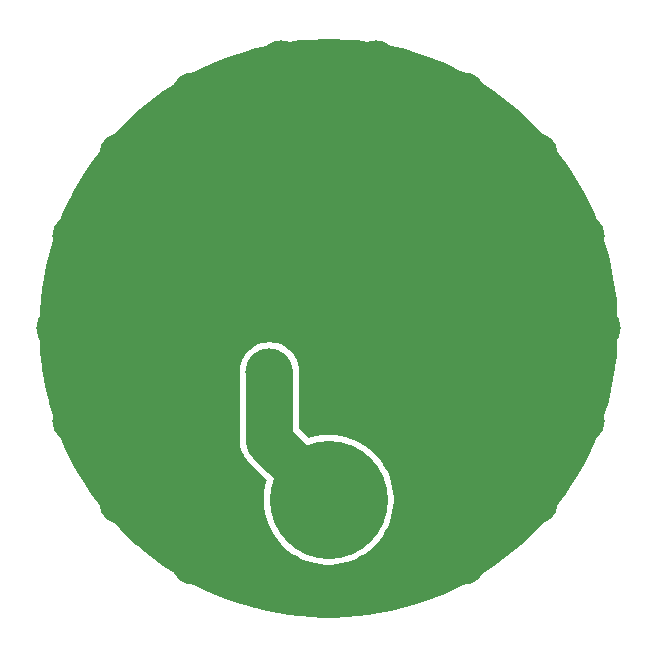
<source format=gbl>
%TF.GenerationSoftware,KiCad,Pcbnew,9.0.0*%
%TF.CreationDate,2025-02-26T13:26:56-06:00*%
%TF.ProjectId,obverse,6f627665-7273-4652-9e6b-696361645f70,rev?*%
%TF.SameCoordinates,Original*%
%TF.FileFunction,Copper,L2,Bot*%
%TF.FilePolarity,Positive*%
%FSLAX46Y46*%
G04 Gerber Fmt 4.6, Leading zero omitted, Abs format (unit mm)*
G04 Created by KiCad (PCBNEW 9.0.0) date 2025-02-26 13:26:56*
%MOMM*%
%LPD*%
G01*
G04 APERTURE LIST*
%TA.AperFunction,ComponentPad*%
%ADD10C,3.500000*%
%TD*%
%TA.AperFunction,ComponentPad*%
%ADD11C,1.600000*%
%TD*%
%TA.AperFunction,SMDPad,CuDef*%
%ADD12C,4.000000*%
%TD*%
%TA.AperFunction,SMDPad,CuDef*%
%ADD13C,10.000000*%
%TD*%
%TA.AperFunction,Conductor*%
%ADD14C,4.000000*%
%TD*%
G04 APERTURE END LIST*
D10*
%TO.P,aperture-D4,1*%
%TO.N,GND*%
X127000000Y-50000000D03*
%TD*%
%TO.P,aperture-D3,1*%
%TO.N,GND*%
X128387000Y-57866000D03*
%TD*%
%TO.P,aperture-D15,1*%
%TO.N,GND*%
X167619000Y-64784000D03*
%TD*%
D11*
%TO.P,align-o2,1*%
%TO.N,GND*%
X172200000Y-52400000D03*
%TD*%
D10*
%TO.P,aperture-D11,1*%
%TO.N,GND*%
X167619000Y-35215900D03*
%TD*%
%TO.P,aperture-D8,1*%
%TO.N,GND*%
X146006000Y-27349400D03*
%TD*%
%TO.P,aperture-D16,1*%
%TO.N,GND*%
X161500000Y-69919000D03*
%TD*%
%TO.P,aperture-D5,1*%
%TO.N,GND*%
X128387000Y-42133500D03*
%TD*%
%TO.P,aperture-D7,1*%
%TO.N,GND*%
X138500000Y-30081400D03*
%TD*%
%TO.P,aperture-D13,1*%
%TO.N,GND*%
X173000000Y-50000000D03*
%TD*%
%TO.P,aperture-D14,1*%
%TO.N,GND*%
X171613000Y-57866000D03*
%TD*%
%TO.P,aperture-D12,1*%
%TO.N,GND*%
X171613000Y-42133500D03*
%TD*%
%TO.P,aperture-D6,1*%
%TO.N,GND*%
X132381000Y-35215900D03*
%TD*%
%TO.P,aperture-D2,1*%
%TO.N,GND*%
X132381000Y-64784000D03*
%TD*%
%TO.P,aperture-D9,1*%
%TO.N,GND*%
X153994000Y-27349400D03*
%TD*%
%TO.P,aperture-D10,1*%
%TO.N,GND*%
X161500000Y-30081400D03*
%TD*%
D11*
%TO.P,align-o1,1*%
%TO.N,GND*%
X127800000Y-47300000D03*
%TD*%
D10*
%TO.P,aperture-D1,1*%
%TO.N,GND*%
X138500000Y-69919000D03*
%TD*%
D12*
%TO.P,contact-o1,1*%
%TO.N,+3V0*%
X144996000Y-53670000D03*
%TD*%
D13*
%TO.P,+,1,1*%
%TO.N,+3V0*%
X150000000Y-64500000D03*
%TD*%
D12*
%TO.P,B2,1,1*%
%TO.N,+3V0*%
X150000000Y-64500000D03*
%TD*%
D14*
%TO.N,+3V0*%
X144996000Y-59496000D02*
X150000000Y-64500000D01*
X144996000Y-53670000D02*
X144996000Y-59496000D01*
%TD*%
%TA.AperFunction,Conductor*%
%TO.N,GND*%
G36*
X150483459Y-25505319D02*
G01*
X151439889Y-25542897D01*
X151444681Y-25543179D01*
X152398977Y-25618283D01*
X152403740Y-25618752D01*
X153354385Y-25731268D01*
X153359113Y-25731922D01*
X154304537Y-25881663D01*
X154309291Y-25882512D01*
X155248086Y-26069250D01*
X155252803Y-26070284D01*
X156183589Y-26293747D01*
X156188240Y-26294961D01*
X157040011Y-26535185D01*
X157109478Y-26554777D01*
X157114137Y-26556190D01*
X158024475Y-26851976D01*
X158029024Y-26853553D01*
X158927083Y-27184865D01*
X158931590Y-27186629D01*
X159815913Y-27552928D01*
X159820329Y-27554859D01*
X160381226Y-27813436D01*
X160689597Y-27955598D01*
X160693978Y-27957723D01*
X160768318Y-27995601D01*
X161546821Y-28392268D01*
X161551104Y-28394558D01*
X162386242Y-28862258D01*
X162390443Y-28864720D01*
X163206538Y-29364824D01*
X163210639Y-29367449D01*
X164006500Y-29899226D01*
X164010494Y-29902010D01*
X164784842Y-30464607D01*
X164788725Y-30467546D01*
X165540405Y-31060122D01*
X165544169Y-31063211D01*
X166272020Y-31684855D01*
X166275630Y-31688063D01*
X166961980Y-32322518D01*
X166978508Y-32337796D01*
X166982018Y-32341171D01*
X167658828Y-33017981D01*
X167662203Y-33021491D01*
X168311923Y-33724354D01*
X168315157Y-33727993D01*
X168936788Y-34455830D01*
X168939877Y-34459594D01*
X169532453Y-35211274D01*
X169535392Y-35215157D01*
X170097989Y-35989505D01*
X170100773Y-35993499D01*
X170632550Y-36789360D01*
X170635175Y-36793461D01*
X171135279Y-37609556D01*
X171137741Y-37613757D01*
X171605441Y-38448895D01*
X171607737Y-38453189D01*
X172042276Y-39306021D01*
X172044401Y-39310402D01*
X172445130Y-40179648D01*
X172447081Y-40184109D01*
X172813364Y-41068396D01*
X172815139Y-41072930D01*
X173146437Y-41970950D01*
X173148032Y-41975551D01*
X173443809Y-42885862D01*
X173445222Y-42890521D01*
X173705030Y-43811729D01*
X173706260Y-43816441D01*
X173929710Y-44747177D01*
X173930753Y-44751933D01*
X174117483Y-45690688D01*
X174118339Y-45695481D01*
X174268073Y-46640863D01*
X174268737Y-46645657D01*
X174381240Y-47596192D01*
X174381717Y-47601038D01*
X174456818Y-48555284D01*
X174457104Y-48560145D01*
X174494681Y-49516540D01*
X174494777Y-49521408D01*
X174494777Y-50478591D01*
X174494681Y-50483459D01*
X174457104Y-51439854D01*
X174456818Y-51444715D01*
X174381717Y-52398961D01*
X174381241Y-52403791D01*
X174281030Y-53250487D01*
X174268741Y-53354313D01*
X174268073Y-53359136D01*
X174118339Y-54304518D01*
X174117483Y-54309311D01*
X173930753Y-55248066D01*
X173929710Y-55252822D01*
X173706260Y-56183558D01*
X173705030Y-56188270D01*
X173445222Y-57109478D01*
X173443809Y-57114137D01*
X173148032Y-58024448D01*
X173146437Y-58029049D01*
X172815139Y-58927069D01*
X172813364Y-58931603D01*
X172447081Y-59815890D01*
X172445130Y-59820351D01*
X172044401Y-60689597D01*
X172042276Y-60693978D01*
X171607737Y-61546810D01*
X171605441Y-61551104D01*
X171137741Y-62386242D01*
X171135279Y-62390443D01*
X170635175Y-63206538D01*
X170632550Y-63210639D01*
X170100773Y-64006500D01*
X170097989Y-64010494D01*
X169535392Y-64784842D01*
X169532453Y-64788725D01*
X168939877Y-65540405D01*
X168936788Y-65544169D01*
X168315157Y-66272006D01*
X168311923Y-66275645D01*
X167662203Y-66978508D01*
X167658828Y-66982018D01*
X166982018Y-67658828D01*
X166978508Y-67662203D01*
X166275645Y-68311923D01*
X166272006Y-68315157D01*
X165544169Y-68936788D01*
X165540405Y-68939877D01*
X164788725Y-69532453D01*
X164784842Y-69535392D01*
X164010494Y-70097989D01*
X164006500Y-70100773D01*
X163210639Y-70632550D01*
X163206538Y-70635175D01*
X162390443Y-71135279D01*
X162386242Y-71137741D01*
X161551104Y-71605441D01*
X161546810Y-71607737D01*
X160693978Y-72042276D01*
X160689597Y-72044401D01*
X159820351Y-72445130D01*
X159815890Y-72447081D01*
X158931603Y-72813364D01*
X158927069Y-72815139D01*
X158029049Y-73146437D01*
X158024448Y-73148032D01*
X157114137Y-73443809D01*
X157109478Y-73445222D01*
X156188270Y-73705030D01*
X156183558Y-73706260D01*
X155252822Y-73929710D01*
X155248066Y-73930753D01*
X154309311Y-74117483D01*
X154304518Y-74118339D01*
X153359136Y-74268073D01*
X153354335Y-74268737D01*
X152403791Y-74381241D01*
X152398961Y-74381717D01*
X151444715Y-74456818D01*
X151439854Y-74457104D01*
X150483459Y-74494681D01*
X150478591Y-74494777D01*
X149521409Y-74494777D01*
X149516541Y-74494681D01*
X148560145Y-74457104D01*
X148555284Y-74456818D01*
X147601038Y-74381717D01*
X147596213Y-74381242D01*
X146645657Y-74268737D01*
X146640863Y-74268073D01*
X145695481Y-74118339D01*
X145690688Y-74117483D01*
X144751933Y-73930753D01*
X144747177Y-73929710D01*
X143816441Y-73706260D01*
X143811729Y-73705030D01*
X142890521Y-73445222D01*
X142885862Y-73443809D01*
X141975551Y-73148032D01*
X141970950Y-73146437D01*
X141072930Y-72815139D01*
X141068396Y-72813364D01*
X140184109Y-72447081D01*
X140179648Y-72445130D01*
X139310402Y-72044401D01*
X139306021Y-72042276D01*
X138453189Y-71607737D01*
X138448895Y-71605441D01*
X137613757Y-71137741D01*
X137609556Y-71135279D01*
X136793461Y-70635175D01*
X136789360Y-70632550D01*
X135993499Y-70100773D01*
X135989505Y-70097989D01*
X135215157Y-69535392D01*
X135211274Y-69532453D01*
X134459594Y-68939877D01*
X134455830Y-68936788D01*
X133993884Y-68542249D01*
X133727982Y-68315147D01*
X133724354Y-68311923D01*
X133642888Y-68236617D01*
X133021491Y-67662203D01*
X133017981Y-67658828D01*
X132341171Y-66982018D01*
X132337796Y-66978508D01*
X131807915Y-66405286D01*
X131688063Y-66275630D01*
X131684855Y-66272020D01*
X131063211Y-65544169D01*
X131060122Y-65540405D01*
X130467546Y-64788725D01*
X130464607Y-64784842D01*
X129902010Y-64010494D01*
X129899226Y-64006500D01*
X129367449Y-63210639D01*
X129364824Y-63206538D01*
X128864720Y-62390443D01*
X128862258Y-62386242D01*
X128394558Y-61551104D01*
X128392262Y-61546810D01*
X127957723Y-60693978D01*
X127955598Y-60689597D01*
X127719301Y-60177031D01*
X127554859Y-59820329D01*
X127552928Y-59815913D01*
X127186629Y-58931590D01*
X127184860Y-58927069D01*
X127026043Y-58496578D01*
X126853553Y-58029024D01*
X126851976Y-58024475D01*
X126556190Y-57114137D01*
X126554777Y-57109478D01*
X126365937Y-56439903D01*
X126294961Y-56188240D01*
X126293747Y-56183589D01*
X126070284Y-55252803D01*
X126069246Y-55248066D01*
X125917215Y-54483757D01*
X125882512Y-54309291D01*
X125881660Y-54304518D01*
X125758920Y-53529568D01*
X142495500Y-53529568D01*
X142495500Y-59636431D01*
X142526942Y-59915494D01*
X142526945Y-59915512D01*
X142589439Y-60189317D01*
X142589443Y-60189329D01*
X142682200Y-60454411D01*
X142804053Y-60707442D01*
X142804055Y-60707445D01*
X142953477Y-60945248D01*
X143070539Y-61092039D01*
X143128583Y-61164824D01*
X144713828Y-62750069D01*
X144747313Y-62811392D01*
X144744078Y-62876068D01*
X144701933Y-63005778D01*
X144601027Y-63426083D01*
X144533412Y-63852985D01*
X144533412Y-63852986D01*
X144521172Y-64008519D01*
X144499500Y-64283885D01*
X144499500Y-64716115D01*
X144533412Y-65147013D01*
X144601028Y-65573922D01*
X144701930Y-65994210D01*
X144701934Y-65994221D01*
X144835494Y-66405280D01*
X144947910Y-66676677D01*
X145000904Y-66804615D01*
X145091296Y-66982018D01*
X145197136Y-67189740D01*
X145197142Y-67189751D01*
X145422966Y-67558262D01*
X145422974Y-67558273D01*
X145677025Y-67907946D01*
X145677035Y-67907960D01*
X145957737Y-68236617D01*
X145957743Y-68236624D01*
X146263376Y-68542257D01*
X146263382Y-68542262D01*
X146592039Y-68822964D01*
X146592046Y-68822969D01*
X146941728Y-69077027D01*
X146941732Y-69077029D01*
X146941737Y-69077033D01*
X147310248Y-69302857D01*
X147310254Y-69302860D01*
X147310265Y-69302867D01*
X147695385Y-69499096D01*
X148094714Y-69664503D01*
X148094719Y-69664505D01*
X148199240Y-69698465D01*
X148505790Y-69798070D01*
X148926078Y-69898972D01*
X149352987Y-69966588D01*
X149783885Y-70000500D01*
X149783893Y-70000500D01*
X150216107Y-70000500D01*
X150216115Y-70000500D01*
X150647013Y-69966588D01*
X151073922Y-69898972D01*
X151494210Y-69798070D01*
X151905286Y-69664503D01*
X152304615Y-69499096D01*
X152689735Y-69302867D01*
X153058272Y-69077027D01*
X153407954Y-68822969D01*
X153736624Y-68542257D01*
X154042257Y-68236624D01*
X154322969Y-67907954D01*
X154577027Y-67558272D01*
X154802867Y-67189735D01*
X154999096Y-66804615D01*
X155164503Y-66405286D01*
X155298070Y-65994210D01*
X155398972Y-65573922D01*
X155466588Y-65147013D01*
X155500500Y-64716115D01*
X155500500Y-64283885D01*
X155466588Y-63852987D01*
X155398972Y-63426078D01*
X155298070Y-63005790D01*
X155164503Y-62594714D01*
X154999096Y-62195385D01*
X154802867Y-61810265D01*
X154642754Y-61548984D01*
X154577033Y-61441737D01*
X154577029Y-61441732D01*
X154577027Y-61441728D01*
X154322969Y-61092046D01*
X154322964Y-61092039D01*
X154042262Y-60763382D01*
X154042257Y-60763376D01*
X153736624Y-60457743D01*
X153732719Y-60454408D01*
X153407960Y-60177035D01*
X153407946Y-60177025D01*
X153058273Y-59922974D01*
X153058262Y-59922966D01*
X152689751Y-59697142D01*
X152689740Y-59697136D01*
X152689739Y-59697135D01*
X152689735Y-59697133D01*
X152304615Y-59500904D01*
X152176677Y-59447910D01*
X151905280Y-59335494D01*
X151612796Y-59240461D01*
X151494210Y-59201930D01*
X151073922Y-59101028D01*
X150647013Y-59033412D01*
X150216120Y-58999500D01*
X150216115Y-58999500D01*
X149783885Y-58999500D01*
X149783879Y-58999500D01*
X149352986Y-59033412D01*
X149352985Y-59033412D01*
X148926083Y-59101027D01*
X148926080Y-59101027D01*
X148926078Y-59101028D01*
X148505790Y-59201930D01*
X148505778Y-59201933D01*
X148376068Y-59244078D01*
X148306226Y-59246073D01*
X148250069Y-59213828D01*
X147532819Y-58496578D01*
X147499334Y-58435255D01*
X147496500Y-58408897D01*
X147496500Y-53529572D01*
X147496499Y-53529568D01*
X147465057Y-53250505D01*
X147465054Y-53250487D01*
X147402560Y-52976682D01*
X147402556Y-52976670D01*
X147379465Y-52910680D01*
X147309801Y-52711592D01*
X147187945Y-52458555D01*
X147038523Y-52220752D01*
X146863416Y-52001175D01*
X146664825Y-51802584D01*
X146445248Y-51627477D01*
X146207445Y-51478055D01*
X146207442Y-51478053D01*
X145954411Y-51356200D01*
X145689329Y-51263443D01*
X145689317Y-51263439D01*
X145415512Y-51200945D01*
X145415494Y-51200942D01*
X145136431Y-51169500D01*
X145136425Y-51169500D01*
X144855575Y-51169500D01*
X144855568Y-51169500D01*
X144576505Y-51200942D01*
X144576487Y-51200945D01*
X144302682Y-51263439D01*
X144302670Y-51263443D01*
X144037588Y-51356200D01*
X143784557Y-51478053D01*
X143546753Y-51627476D01*
X143327175Y-51802583D01*
X143128583Y-52001175D01*
X142953476Y-52220753D01*
X142804053Y-52458557D01*
X142682200Y-52711588D01*
X142589443Y-52976670D01*
X142589439Y-52976682D01*
X142526945Y-53250487D01*
X142526942Y-53250505D01*
X142495500Y-53529568D01*
X125758920Y-53529568D01*
X125731922Y-53359113D01*
X125731268Y-53354385D01*
X125618752Y-52403740D01*
X125618282Y-52398961D01*
X125604257Y-52220752D01*
X125543179Y-51444681D01*
X125542897Y-51439889D01*
X125505319Y-50483459D01*
X125505223Y-50478591D01*
X125505223Y-49521408D01*
X125505319Y-49516540D01*
X125505999Y-49499235D01*
X125542897Y-48560107D01*
X125543178Y-48555321D01*
X125618284Y-47601017D01*
X125618751Y-47596264D01*
X125731268Y-46645607D01*
X125731921Y-46640893D01*
X125881664Y-45695453D01*
X125882510Y-45690717D01*
X126069252Y-44751903D01*
X126070282Y-44747207D01*
X126293750Y-43816398D01*
X126294957Y-43811771D01*
X126554780Y-42890510D01*
X126556190Y-42885862D01*
X126650317Y-42596169D01*
X126851981Y-41975509D01*
X126853547Y-41970991D01*
X127184872Y-41072898D01*
X127186622Y-41068427D01*
X127552935Y-40184067D01*
X127554850Y-40179689D01*
X127955601Y-39310394D01*
X127957723Y-39306021D01*
X128180294Y-38869201D01*
X128392279Y-38453157D01*
X128394558Y-38448895D01*
X128862258Y-37613757D01*
X128864720Y-37609556D01*
X129364832Y-36793447D01*
X129367449Y-36789360D01*
X129899240Y-35993477D01*
X129901994Y-35989526D01*
X130464615Y-35215145D01*
X130467546Y-35211274D01*
X130944662Y-34606055D01*
X131060139Y-34459572D01*
X131063192Y-34455852D01*
X131684877Y-33727953D01*
X131688040Y-33724394D01*
X132337820Y-33021465D01*
X132341146Y-33018007D01*
X133018007Y-32341146D01*
X133021465Y-32337820D01*
X133724394Y-31688040D01*
X133727953Y-31684877D01*
X134455852Y-31063192D01*
X134459572Y-31060139D01*
X135211285Y-30467537D01*
X135215157Y-30464607D01*
X135989526Y-29901994D01*
X135993477Y-29899240D01*
X136789373Y-29367440D01*
X136793447Y-29364832D01*
X137609569Y-28864711D01*
X137613757Y-28862258D01*
X138448895Y-28394558D01*
X138453157Y-28392279D01*
X139306028Y-27957719D01*
X139310402Y-27955598D01*
X140179689Y-27554850D01*
X140184067Y-27552935D01*
X141068427Y-27186622D01*
X141072898Y-27184872D01*
X141970991Y-26853547D01*
X141975509Y-26851981D01*
X142885873Y-26556186D01*
X142890510Y-26554780D01*
X143811771Y-26294957D01*
X143816398Y-26293750D01*
X144747207Y-26070282D01*
X144751903Y-26069252D01*
X145690717Y-25882510D01*
X145695453Y-25881664D01*
X146640893Y-25731921D01*
X146645607Y-25731268D01*
X147596264Y-25618751D01*
X147601017Y-25618284D01*
X148555321Y-25543178D01*
X148560107Y-25542897D01*
X149516541Y-25505319D01*
X149521409Y-25505223D01*
X150478591Y-25505223D01*
X150483459Y-25505319D01*
G37*
%TD.AperFunction*%
%TD*%
M02*

</source>
